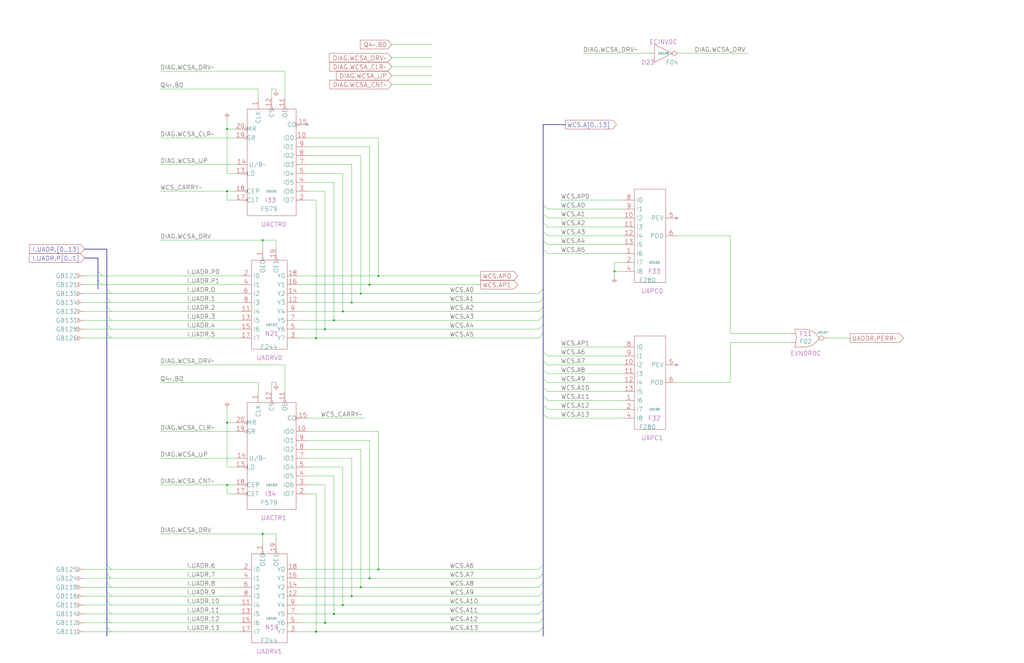
<source format=kicad_sch>
(kicad_sch (version 20250114) (generator "eeschema") (generator_version "9.0")
  (paper "User" 584.2 378.46)
  (title_block (title "CONTROL STORE\\nADDRESSING") (date "22-SEP-90") (rev "2.0") (comment 1 "IOC") (comment 2 "232-003061") (comment 3 "S400") (comment 4 "RELEASED"))
  (lib_symbols
    (symbol "r1000:F02" (pin_numbers (hide yes)) (pin_names (hide yes))
      (property "Reference" "U" (at 12.16 0.635 0))
      (property "Value" "F02" (at -1.27 -4.445 0))
      (property "Location" "___" (at 2.54 0 0))
      (property "Name" "______" (at 2.54 -12.7 0))
      (symbol "F02_0_1"
        (arc (start -3.81 2.54) (mid -2.9847 -2.54) (end -3.81 -7.62) (stroke (width 0.1524)))
        (polyline (pts (xy -5.08 0) (xy -3.175 0)) (stroke (width 0.1524)))
        (polyline (pts (xy -5.08 -5.08) (xy -3.175 -5.08)) (stroke (width 0.1524)))
        (polyline (pts (xy -3.81 2.54) (xy 2.54 2.54)) (stroke (width 0.1524)))
        (polyline (pts (xy -3.81 -7.62) (xy 2.54 -7.62)) (stroke (width 0.1524)))
        (arc (start 2.54 2.54) (mid 6.9477 0.8966) (end 10.16 -2.54) (stroke (width 0.1524)))
        (arc (start 10.16 -2.54) (mid 6.9515 -5.9823) (end 2.54 -7.62) (stroke (width 0.1524)))
        (circle (center 11.43 -2.54) (radius 1.27) (stroke (width 0.1524)))
        (polyline (pts (xy 13.97 -2.54) (xy 12.7 -2.54)) (stroke (width 0.1524)))
      )
      (symbol "F02_0_2"
        (circle (center -3.81 0) (radius 1.27) (stroke (width 0.1524)))
        (circle (center -3.81 -5.08) (radius 1.27) (stroke (width 0.1524)))
        (polyline (pts (xy -2.54 2.54) (xy -2.54 -7.62)) (stroke (width 0.1524)))
        (polyline (pts (xy -2.54 2.54) (xy 5.08 2.54)) (stroke (width 0.1524)))
        (polyline (pts (xy -2.54 -7.62) (xy 5.08 -7.62)) (stroke (width 0.1524)))
        (arc (start 5.08 2.54) (mid 10.1281 -2.54) (end 5.08 -7.62) (stroke (width 0.1524)))
        (polyline (pts (xy 11.43 -2.54) (xy 10.16 -2.54)) (stroke (width 0.1524)))
        (polyline (pts (xy 11.43 -2.54) (xy 12.7 -2.54)) (stroke (width 0.1524)))
      )
      (symbol "F02_1_1"
        (pin input line (at -7.62 0 0) (length 2.54) (name "D0") (number "1"))
        (pin input line (at -7.62 -5.08 0) (length 2.54) (name "D1") (number "2"))
        (pin output line (at 15.24 -2.54 180) (length 1.27) (name "Q") (number "3"))
      )
      (symbol "F02_1_2"
        (pin input line (at -7.62 0 0) (length 2.54) (name "D0") (number "1"))
        (pin input line (at -7.62 -5.08 0) (length 2.54) (name "D1") (number "2"))
        (pin output line (at 15.24 -2.54 180) (length 2.54) (name "Q") (number "3"))
      )
    )
    (symbol "r1000:F04" (pin_numbers (hide yes)) (pin_names (hide yes))
      (property "Reference" "U" (at 0 0 0))
      (property "Value" "F04" (at 1.27 -5.08 0))
      (property "Location" "___" (at -12.7 -5.08 0))
      (property "Name" "______" (at 0 5.08 0))
      (symbol "F04_0_1"
        (polyline (pts (xy -7.62 0) (xy -5.08 0)) (stroke (width 0.1524)))
        (polyline (pts (xy -5.08 5.08) (xy -5.08 -5.08)) (stroke (width 0.1524)))
        (polyline (pts (xy 5.08 0) (xy -5.08 5.08)) (stroke (width 0.1524)))
        (polyline (pts (xy 5.08 0) (xy -5.08 -5.08)) (stroke (width 0.1524)))
        (circle (center 6.35 0) (radius 1.27) (stroke (width 0.1524)))
      )
      (symbol "F04_1_1"
        (pin input line (at -10.16 0 0) (length 2.54) (name "D0") (number "1"))
        (pin output line (at 10.16 0 180) (length 2.54) (name "Q") (number "2"))
      )
    )
    (symbol "r1000:F244" (pin_names (offset 1.016))
      (property "Reference" "U" (at 2.54 5.08 0))
      (property "Value" "F244" (at -3.81 -7.62 0))
      (property "Location" "___" (at -1.27 0 0))
      (property "Name" "______" (at 1.27 -15.24 0))
      (symbol "F244_1_1"
        (rectangle (start -8.89 41.91) (end 11.43 -8.89))
        (circle (center -2.54 42.545) (radius 0.635))
        (circle (center 5.08 42.545) (radius 0.635))
        (pin input line (at -15.24 33.02 0) (length 6.35) (name "I0") (number "2"))
        (pin input line (at -15.24 27.94 0) (length 6.35) (name "I1") (number "4"))
        (pin input line (at -15.24 22.86 0) (length 6.35) (name "I2") (number "6"))
        (pin input line (at -15.24 17.78 0) (length 6.35) (name "I3") (number "8"))
        (pin input line (at -15.24 12.7 0) (length 6.35) (name "I4") (number "11"))
        (pin input line (at -15.24 7.62 0) (length 6.35) (name "I5") (number "13"))
        (pin input line (at -15.24 2.54 0) (length 6.35) (name "I6") (number "15"))
        (pin input line (at -15.24 -2.54 0) (length 6.35) (name "I7") (number "17"))
        (pin input line (at -2.54 48.26 270) (length 5.08) (name "OE0") (number "1"))
        (pin input line (at 5.08 48.26 270) (length 5.08) (name "OE1") (number "19"))
        (pin tri_state line (at 17.78 33.02 180) (length 6.35) (name "Y0") (number "18"))
        (pin tri_state line (at 17.78 27.94 180) (length 6.35) (name "Y1") (number "16"))
        (pin tri_state line (at 17.78 22.86 180) (length 6.35) (name "Y2") (number "14"))
        (pin tri_state line (at 17.78 17.78 180) (length 6.35) (name "Y3") (number "12"))
        (pin tri_state line (at 17.78 12.7 180) (length 6.35) (name "Y4") (number "9"))
        (pin tri_state line (at 17.78 7.62 180) (length 6.35) (name "Y5") (number "7"))
        (pin tri_state line (at 17.78 2.54 180) (length 6.35) (name "Y6") (number "5"))
        (pin tri_state line (at 17.78 -2.54 180) (length 6.35) (name "Y7") (number "3"))
      )
    )
    (symbol "r1000:F280" (pin_names (offset 1.016))
      (property "Reference" "U" (at 2.54 5.08 0))
      (property "Value" "F280" (at -6.35 -5.08 0))
      (property "Location" "___" (at -1.27 0 0))
      (property "Name" "______" (at 1.27 -12.7 0))
      (symbol "F280_1_1"
        (rectangle (start -8.89 46.99) (end 8.89 -6.35))
        (pin input line (at -15.24 40.64 0) (length 6.35) (name "I0") (number "8"))
        (pin input line (at -15.24 35.56 0) (length 6.35) (name "I1") (number "9"))
        (pin input line (at -15.24 30.48 0) (length 6.35) (name "I2") (number "10"))
        (pin input line (at -15.24 25.4 0) (length 6.35) (name "I3") (number "11"))
        (pin input line (at -15.24 20.32 0) (length 6.35) (name "I4") (number "12"))
        (pin input line (at -15.24 15.24 0) (length 6.35) (name "I5") (number "13"))
        (pin input line (at -15.24 10.16 0) (length 6.35) (name "I6") (number "1"))
        (pin input line (at -15.24 5.08 0) (length 6.35) (name "I7") (number "2"))
        (pin input line (at -15.24 0 0) (length 6.35) (name "I8") (number "4"))
        (pin output line (at 15.24 30.48 180) (length 6.35) (name "PEV") (number "5"))
        (pin output line (at 15.24 20.32 180) (length 6.35) (name "POD") (number "6"))
      )
    )
    (symbol "r1000:F579" (pin_names (offset 1.016))
      (property "Reference" "U" (at 2.54 5.08 0))
      (property "Value" "F579" (at -3.81 -5.08 0))
      (property "Location" "___" (at -1.27 0 0))
      (property "Name" "______" (at 3.81 -15.24 0))
      (symbol "F579_1_1"
        (circle (center -12.065 40.64) (radius 0.635))
        (circle (center -12.065 35.56) (radius 0.635))
        (circle (center -12.065 15.24) (radius 0.635))
        (circle (center -12.065 5.08) (radius 0.635))
        (circle (center -12.065 0) (radius 0.635))
        (rectangle (start -11.43 52.07) (end 16.51 -8.89))
        (circle (center 2.54 52.705) (radius 0.635))
        (circle (center 10.16 52.705) (radius 0.635))
        (circle (center 17.145 43.18) (radius 0.635))
        (pin input line (at -17.78 40.64 0) (length 5.08) (name "MR") (number "20"))
        (pin input line (at -17.78 35.56 0) (length 5.08) (name "SR") (number "19"))
        (pin input line (at -17.78 20.32 0) (length 6.35) (name "U/B~") (number "14"))
        (pin input line (at -17.78 15.24 0) (length 5.08) (name "LD") (number "13"))
        (pin input line (at -17.78 5.08 0) (length 5.08) (name "CEP") (number "18"))
        (pin input line (at -17.78 0 0) (length 5.08) (name "CET") (number "17"))
        (pin input line (at -5.08 58.42 270) (length 6.35) (name "CLK") (number "1"))
        (pin input line (at 2.54 58.42 270) (length 5.08) (name "CS") (number "12"))
        (pin input line (at 10.16 58.42 270) (length 5.08) (name "OE") (number "11"))
        (pin output line (at 22.86 43.18 180) (length 5.08) (name "CO") (number "15"))
        (pin bidirectional line (at 22.86 35.56 180) (length 6.35) (name "IO0") (number "10"))
        (pin bidirectional line (at 22.86 30.48 180) (length 6.35) (name "IO1") (number "9"))
        (pin bidirectional line (at 22.86 25.4 180) (length 6.35) (name "IO2") (number "8"))
        (pin bidirectional line (at 22.86 20.32 180) (length 6.35) (name "IO3") (number "7"))
        (pin bidirectional line (at 22.86 15.24 180) (length 6.35) (name "IO4") (number "5"))
        (pin bidirectional line (at 22.86 10.16 180) (length 6.35) (name "IO5") (number "4"))
        (pin bidirectional line (at 22.86 5.08 180) (length 6.35) (name "IO6") (number "3"))
        (pin bidirectional line (at 22.86 0 180) (length 6.35) (name "IO7") (number "2"))
      )
    )
    (symbol "r1000:GB" (pin_numbers (hide yes)) (pin_names (offset 0) (hide yes))
      (property "Reference" "GB" (at 3.81 0 0))
      (symbol "GB_0_1"
        (polyline (pts (xy 2.54 0) (xy 3.81 1.27) (xy 3.81 -1.27) (xy 2.54 0)) (stroke (width 0.1524)))
      )
      (symbol "GB_1_1"
        (pin bidirectional line (at 0 0 0) (length 2.54) (name "") (number "1"))
      )
    )
    (symbol "r1000:PD" (power) (pin_numbers (hide yes)) (pin_names (hide yes)) (in_bom no)
      (symbol "PD_0_1"
        (polyline (pts (xy 0 -2.54) (xy 1.27 -2.54) (xy 0 -3.81) (xy -1.27 -2.54) (xy 0 -2.54)) (stroke (width 0.1524)))
      )
      (symbol "PD_1_1"
        (pin power_in line (at 0 0 270) (length 2.54) (name "PD") (number "1"))
      )
    )
    (symbol "r1000:PU" (power) (pin_numbers (hide yes)) (pin_names (hide yes))
      (symbol "PU_0_1"
        (polyline (pts (xy 0 2.54) (xy -1.27 2.54) (xy 0 3.81) (xy 1.27 2.54) (xy 0 2.54)) (stroke (width 0.1524)))
      )
      (symbol "PU_1_1"
        (pin power_in line (at 0 0 90) (length 2.54) (name "PU") (number "1"))
      )
    )
  )
  (junction (at 210.82 162.56))
  (junction (at 180.34 193.04))
  (junction (at 149.86 304.8))
  (junction (at 350.52 154.94))
  (junction (at 149.86 137.16))
  (junction (at 200.66 340.36))
  (junction (at 205.74 335.28))
  (junction (at 190.5 182.88))
  (junction (at 185.42 355.6))
  (junction (at 215.9 325.12))
  (junction (at 195.58 345.44))
  (junction (at 205.74 167.64))
  (junction (at 185.42 187.96))
  (junction (at 200.66 172.72))
  (junction (at 190.5 350.52))
  (junction (at 129.54 241.3))
  (junction (at 129.54 276.86))
  (junction (at 195.58 177.8))
  (junction (at 180.34 360.68))
  (junction (at 210.82 330.2))
  (junction (at 215.9 157.48))
  (junction (at 129.54 73.66))
  (junction (at 129.54 109.22))
  (no_connect (at 175.26 71.12))
  (no_connect (at 386.08 208.28))
  (no_connect (at 386.08 124.46))
  (bus_entry (at 60.96 185.42) (size 2.54 2.54))
  (bus_entry (at 309.88 337.82) (size -2.54 2.54))
  (bus_entry (at 55.88 160.02) (size 2.54 2.54))
  (bus_entry (at 309.88 342.9) (size -2.54 2.54))
  (bus_entry (at 309.88 220.98) (size 2.54 2.54))
  (bus_entry (at 309.88 180.34) (size -2.54 2.54))
  (bus_entry (at 309.88 165.1) (size -2.54 2.54))
  (bus_entry (at 309.88 205.74) (size 2.54 2.54))
  (bus_entry (at 309.88 116.84) (size 2.54 2.54))
  (bus_entry (at 60.96 332.74) (size 2.54 2.54))
  (bus_entry (at 309.88 210.82) (size 2.54 2.54))
  (bus_entry (at 309.88 200.66) (size 2.54 2.54))
  (bus_entry (at 309.88 322.58) (size -2.54 2.54))
  (bus_entry (at 309.88 132.08) (size 2.54 2.54))
  (bus_entry (at 60.96 165.1) (size 2.54 2.54))
  (bus_entry (at 309.88 353.06) (size -2.54 2.54))
  (bus_entry (at 60.96 175.26) (size 2.54 2.54))
  (bus_entry (at 309.88 127) (size 2.54 2.54))
  (bus_entry (at 60.96 358.14) (size 2.54 2.54))
  (bus_entry (at 60.96 353.06) (size 2.54 2.54))
  (bus_entry (at 309.88 142.24) (size 2.54 2.54))
  (bus_entry (at 309.88 137.16) (size 2.54 2.54))
  (bus_entry (at 60.96 322.58) (size 2.54 2.54))
  (bus_entry (at 309.88 185.42) (size -2.54 2.54))
  (bus_entry (at 60.96 190.5) (size 2.54 2.54))
  (bus_entry (at 60.96 327.66) (size 2.54 2.54))
  (bus_entry (at 309.88 327.66) (size -2.54 2.54))
  (bus_entry (at 309.88 231.14) (size 2.54 2.54))
  (bus_entry (at 60.96 337.82) (size 2.54 2.54))
  (bus_entry (at 60.96 342.9) (size 2.54 2.54))
  (bus_entry (at 55.88 154.94) (size 2.54 2.54))
  (bus_entry (at 309.88 332.74) (size -2.54 2.54))
  (bus_entry (at 309.88 215.9) (size 2.54 2.54))
  (bus_entry (at 309.88 190.5) (size -2.54 2.54))
  (bus_entry (at 60.96 180.34) (size 2.54 2.54))
  (bus_entry (at 309.88 236.22) (size 2.54 2.54))
  (bus_entry (at 309.88 121.92) (size 2.54 2.54))
  (bus_entry (at 309.88 347.98) (size -2.54 2.54))
  (bus_entry (at 60.96 170.18) (size 2.54 2.54))
  (bus_entry (at 309.88 358.14) (size -2.54 2.54))
  (bus_entry (at 309.88 175.26) (size -2.54 2.54))
  (bus_entry (at 60.96 347.98) (size 2.54 2.54))
  (bus_entry (at 309.88 170.18) (size -2.54 2.54))
  (bus_entry (at 309.88 226.06) (size 2.54 2.54))
  (wire (pts (xy 185.42 187.96) (xy 307.34 187.96)))
  (wire (pts (xy 175.26 238.76) (xy 208.28 238.76)))
  (wire (pts (xy 312.42 233.68) (xy 355.6 233.68)))
  (wire (pts (xy 170.18 345.44) (xy 195.58 345.44)))
  (wire (pts (xy 386.08 218.44) (xy 416.56 218.44)))
  (wire (pts (xy 157.48 50.8) (xy 154.94 50.8)))
  (bus (pts (xy 60.96 185.42) (xy 60.96 190.5)))
  (wire (pts (xy 175.26 246.38) (xy 215.9 246.38)))
  (wire (pts (xy 416.56 218.44) (xy 416.56 195.58)))
  (wire (pts (xy 200.66 261.62) (xy 200.66 340.36)))
  (wire (pts (xy 91.44 276.86) (xy 129.54 276.86)))
  (wire (pts (xy 48.26 350.52) (xy 63.5 350.52)))
  (wire (pts (xy 48.26 172.72) (xy 63.5 172.72)))
  (bus (pts (xy 309.88 210.82) (xy 309.88 215.9)))
  (wire (pts (xy 129.54 99.06) (xy 129.54 73.66)))
  (wire (pts (xy 157.48 309.88) (xy 157.48 304.8)))
  (bus (pts (xy 309.88 137.16) (xy 309.88 142.24)))
  (bus (pts (xy 55.88 147.32) (xy 55.88 154.94)))
  (wire (pts (xy 205.74 88.9) (xy 205.74 167.64)))
  (bus (pts (xy 309.88 205.74) (xy 309.88 210.82)))
  (wire (pts (xy 134.62 73.66) (xy 129.54 73.66)))
  (wire (pts (xy 154.94 50.8) (xy 154.94 55.88)))
  (wire (pts (xy 312.42 129.54) (xy 355.6 129.54)))
  (wire (pts (xy 134.62 266.7) (xy 129.54 266.7)))
  (bus (pts (xy 60.96 358.14) (xy 60.96 363.22)))
  (wire (pts (xy 190.5 271.78) (xy 190.5 350.52)))
  (wire (pts (xy 134.62 241.3) (xy 129.54 241.3)))
  (wire (pts (xy 312.42 144.78) (xy 355.6 144.78)))
  (wire (pts (xy 147.32 218.44) (xy 91.44 218.44)))
  (bus (pts (xy 309.88 175.26) (xy 309.88 180.34)))
  (wire (pts (xy 175.26 271.78) (xy 190.5 271.78)))
  (wire (pts (xy 48.26 355.6) (xy 63.5 355.6)))
  (bus (pts (xy 60.96 337.82) (xy 60.96 342.9)))
  (wire (pts (xy 210.82 251.46) (xy 210.82 330.2)))
  (bus (pts (xy 60.96 175.26) (xy 60.96 180.34)))
  (bus (pts (xy 309.88 332.74) (xy 309.88 337.82)))
  (bus (pts (xy 309.88 127) (xy 309.88 132.08)))
  (wire (pts (xy 170.18 167.64) (xy 205.74 167.64)))
  (wire (pts (xy 190.5 182.88) (xy 307.34 182.88)))
  (wire (pts (xy 320.04 198.12) (xy 355.6 198.12)))
  (bus (pts (xy 309.88 165.1) (xy 309.88 170.18)))
  (bus (pts (xy 309.88 358.14) (xy 309.88 363.22)))
  (wire (pts (xy 350.52 154.94) (xy 350.52 157.48)))
  (wire (pts (xy 223.52 43.18) (xy 246.38 43.18)))
  (wire (pts (xy 223.52 48.26) (xy 246.38 48.26)))
  (bus (pts (xy 309.88 347.98) (xy 309.88 353.06)))
  (wire (pts (xy 332.74 30.48) (xy 368.3 30.48)))
  (wire (pts (xy 175.26 78.74) (xy 215.9 78.74)))
  (wire (pts (xy 48.26 330.2) (xy 63.5 330.2)))
  (wire (pts (xy 175.26 266.7) (xy 195.58 266.7)))
  (wire (pts (xy 170.18 330.2) (xy 210.82 330.2)))
  (wire (pts (xy 63.5 187.96) (xy 137.16 187.96)))
  (wire (pts (xy 320.04 114.3) (xy 355.6 114.3)))
  (wire (pts (xy 215.9 246.38) (xy 215.9 325.12)))
  (wire (pts (xy 63.5 340.36) (xy 137.16 340.36)))
  (wire (pts (xy 195.58 345.44) (xy 307.34 345.44)))
  (wire (pts (xy 63.5 325.12) (xy 137.16 325.12)))
  (wire (pts (xy 147.32 223.52) (xy 147.32 218.44)))
  (wire (pts (xy 48.26 340.36) (xy 63.5 340.36)))
  (wire (pts (xy 63.5 330.2) (xy 137.16 330.2)))
  (wire (pts (xy 175.26 251.46) (xy 210.82 251.46)))
  (wire (pts (xy 205.74 167.64) (xy 307.34 167.64)))
  (wire (pts (xy 170.18 340.36) (xy 200.66 340.36)))
  (wire (pts (xy 312.42 139.7) (xy 355.6 139.7)))
  (wire (pts (xy 472.44 193.04) (xy 485.14 193.04)))
  (bus (pts (xy 309.88 71.12) (xy 322.58 71.12)))
  (bus (pts (xy 55.88 154.94) (xy 55.88 160.02)))
  (wire (pts (xy 48.26 182.88) (xy 63.5 182.88)))
  (wire (pts (xy 63.5 172.72) (xy 137.16 172.72)))
  (wire (pts (xy 312.42 203.2) (xy 355.6 203.2)))
  (wire (pts (xy 63.5 193.04) (xy 137.16 193.04)))
  (wire (pts (xy 180.34 360.68) (xy 307.34 360.68)))
  (wire (pts (xy 312.42 223.52) (xy 355.6 223.52)))
  (wire (pts (xy 91.44 78.74) (xy 134.62 78.74)))
  (wire (pts (xy 63.5 335.28) (xy 137.16 335.28)))
  (bus (pts (xy 60.96 190.5) (xy 60.96 322.58)))
  (bus (pts (xy 309.88 215.9) (xy 309.88 220.98)))
  (wire (pts (xy 154.94 223.52) (xy 154.94 218.44)))
  (wire (pts (xy 175.26 114.3) (xy 180.34 114.3)))
  (bus (pts (xy 309.88 327.66) (xy 309.88 332.74)))
  (bus (pts (xy 60.96 332.74) (xy 60.96 337.82)))
  (wire (pts (xy 170.18 157.48) (xy 215.9 157.48)))
  (wire (pts (xy 157.48 137.16) (xy 149.86 137.16)))
  (wire (pts (xy 48.26 335.28) (xy 63.5 335.28)))
  (wire (pts (xy 63.5 350.52) (xy 137.16 350.52)))
  (wire (pts (xy 175.26 276.86) (xy 185.42 276.86)))
  (bus (pts (xy 60.96 142.24) (xy 60.96 165.1)))
  (wire (pts (xy 223.52 33.02) (xy 246.38 33.02)))
  (wire (pts (xy 185.42 276.86) (xy 185.42 355.6)))
  (wire (pts (xy 91.44 208.28) (xy 162.56 208.28)))
  (wire (pts (xy 63.5 167.64) (xy 137.16 167.64)))
  (wire (pts (xy 48.26 177.8) (xy 63.5 177.8)))
  (bus (pts (xy 309.88 71.12) (xy 309.88 116.84)))
  (wire (pts (xy 388.62 30.48) (xy 426.72 30.48)))
  (wire (pts (xy 312.42 218.44) (xy 355.6 218.44)))
  (wire (pts (xy 175.26 281.94) (xy 180.34 281.94)))
  (wire (pts (xy 175.26 99.06) (xy 195.58 99.06)))
  (wire (pts (xy 312.42 134.62) (xy 355.6 134.62)))
  (wire (pts (xy 312.42 124.46) (xy 355.6 124.46)))
  (wire (pts (xy 180.34 281.94) (xy 180.34 360.68)))
  (wire (pts (xy 170.18 350.52) (xy 190.5 350.52)))
  (wire (pts (xy 149.86 304.8) (xy 91.44 304.8)))
  (wire (pts (xy 175.26 83.82) (xy 210.82 83.82)))
  (wire (pts (xy 205.74 335.28) (xy 307.34 335.28)))
  (wire (pts (xy 134.62 281.94) (xy 129.54 281.94)))
  (wire (pts (xy 170.18 360.68) (xy 180.34 360.68)))
  (wire (pts (xy 170.18 172.72) (xy 200.66 172.72)))
  (bus (pts (xy 60.96 342.9) (xy 60.96 347.98)))
  (wire (pts (xy 210.82 162.56) (xy 274.32 162.56)))
  (wire (pts (xy 134.62 99.06) (xy 129.54 99.06)))
  (wire (pts (xy 147.32 50.8) (xy 91.44 50.8)))
  (bus (pts (xy 60.96 170.18) (xy 60.96 175.26)))
  (wire (pts (xy 48.26 360.68) (xy 63.5 360.68)))
  (wire (pts (xy 149.86 142.24) (xy 149.86 137.16)))
  (wire (pts (xy 157.48 142.24) (xy 157.48 137.16)))
  (wire (pts (xy 170.18 325.12) (xy 215.9 325.12)))
  (wire (pts (xy 190.5 104.14) (xy 190.5 182.88)))
  (wire (pts (xy 185.42 355.6) (xy 307.34 355.6)))
  (wire (pts (xy 215.9 78.74) (xy 215.9 157.48)))
  (bus (pts (xy 309.88 132.08) (xy 309.88 137.16)))
  (wire (pts (xy 129.54 73.66) (xy 129.54 68.58)))
  (bus (pts (xy 309.88 231.14) (xy 309.88 236.22)))
  (bus (pts (xy 48.26 147.32) (xy 55.88 147.32)))
  (wire (pts (xy 48.26 167.64) (xy 63.5 167.64)))
  (wire (pts (xy 175.26 104.14) (xy 190.5 104.14)))
  (wire (pts (xy 312.42 119.38) (xy 355.6 119.38)))
  (wire (pts (xy 215.9 157.48) (xy 274.32 157.48)))
  (wire (pts (xy 210.82 330.2) (xy 307.34 330.2)))
  (bus (pts (xy 60.96 327.66) (xy 60.96 332.74)))
  (wire (pts (xy 416.56 195.58) (xy 449.58 195.58)))
  (bus (pts (xy 309.88 200.66) (xy 309.88 205.74)))
  (bus (pts (xy 60.96 180.34) (xy 60.96 185.42)))
  (wire (pts (xy 58.42 157.48) (xy 137.16 157.48)))
  (wire (pts (xy 149.86 304.8) (xy 157.48 304.8)))
  (wire (pts (xy 215.9 325.12) (xy 307.34 325.12)))
  (wire (pts (xy 63.5 177.8) (xy 137.16 177.8)))
  (wire (pts (xy 175.26 93.98) (xy 200.66 93.98)))
  (bus (pts (xy 309.88 121.92) (xy 309.88 127)))
  (bus (pts (xy 309.88 116.84) (xy 309.88 121.92)))
  (wire (pts (xy 386.08 134.62) (xy 416.56 134.62)))
  (bus (pts (xy 60.96 322.58) (xy 60.96 327.66)))
  (wire (pts (xy 162.56 40.64) (xy 91.44 40.64)))
  (wire (pts (xy 48.26 325.12) (xy 63.5 325.12)))
  (wire (pts (xy 154.94 218.44) (xy 157.48 218.44)))
  (bus (pts (xy 309.88 236.22) (xy 309.88 322.58)))
  (wire (pts (xy 170.18 335.28) (xy 205.74 335.28)))
  (bus (pts (xy 309.88 180.34) (xy 309.88 185.42)))
  (wire (pts (xy 129.54 109.22) (xy 134.62 109.22)))
  (bus (pts (xy 309.88 226.06) (xy 309.88 231.14)))
  (wire (pts (xy 195.58 99.06) (xy 195.58 177.8)))
  (wire (pts (xy 48.26 345.44) (xy 63.5 345.44)))
  (wire (pts (xy 175.26 261.62) (xy 200.66 261.62)))
  (wire (pts (xy 170.18 187.96) (xy 185.42 187.96)))
  (bus (pts (xy 309.88 185.42) (xy 309.88 190.5)))
  (bus (pts (xy 309.88 342.9) (xy 309.88 347.98)))
  (bus (pts (xy 309.88 170.18) (xy 309.88 175.26)))
  (wire (pts (xy 312.42 228.6) (xy 355.6 228.6)))
  (wire (pts (xy 350.52 154.94) (xy 355.6 154.94)))
  (wire (pts (xy 63.5 355.6) (xy 137.16 355.6)))
  (bus (pts (xy 48.26 142.24) (xy 60.96 142.24)))
  (wire (pts (xy 180.34 114.3) (xy 180.34 193.04)))
  (wire (pts (xy 185.42 109.22) (xy 185.42 187.96)))
  (wire (pts (xy 91.44 93.98) (xy 134.62 93.98)))
  (wire (pts (xy 170.18 162.56) (xy 210.82 162.56)))
  (wire (pts (xy 170.18 182.88) (xy 190.5 182.88)))
  (bus (pts (xy 309.88 337.82) (xy 309.88 342.9)))
  (wire (pts (xy 91.44 109.22) (xy 129.54 109.22)))
  (wire (pts (xy 200.66 340.36) (xy 307.34 340.36)))
  (wire (pts (xy 223.52 25.4) (xy 246.38 25.4)))
  (wire (pts (xy 312.42 213.36) (xy 355.6 213.36)))
  (wire (pts (xy 195.58 266.7) (xy 195.58 345.44)))
  (bus (pts (xy 60.96 347.98) (xy 60.96 353.06)))
  (wire (pts (xy 170.18 193.04) (xy 180.34 193.04)))
  (wire (pts (xy 350.52 149.86) (xy 350.52 154.94)))
  (wire (pts (xy 48.26 162.56) (xy 58.42 162.56)))
  (wire (pts (xy 175.26 88.9) (xy 205.74 88.9)))
  (wire (pts (xy 205.74 256.54) (xy 205.74 335.28)))
  (bus (pts (xy 55.88 160.02) (xy 55.88 165.1)))
  (wire (pts (xy 416.56 190.5) (xy 449.58 190.5)))
  (bus (pts (xy 309.88 142.24) (xy 309.88 165.1)))
  (wire (pts (xy 129.54 276.86) (xy 134.62 276.86)))
  (wire (pts (xy 149.86 309.88) (xy 149.86 304.8)))
  (wire (pts (xy 200.66 93.98) (xy 200.66 172.72)))
  (wire (pts (xy 190.5 350.52) (xy 307.34 350.52)))
  (wire (pts (xy 416.56 134.62) (xy 416.56 190.5)))
  (wire (pts (xy 63.5 182.88) (xy 137.16 182.88)))
  (wire (pts (xy 63.5 360.68) (xy 137.16 360.68)))
  (wire (pts (xy 129.54 114.3) (xy 129.54 109.22)))
  (wire (pts (xy 170.18 177.8) (xy 195.58 177.8)))
  (wire (pts (xy 48.26 157.48) (xy 58.42 157.48)))
  (wire (pts (xy 223.52 38.1) (xy 246.38 38.1)))
  (wire (pts (xy 175.26 109.22) (xy 185.42 109.22)))
  (wire (pts (xy 200.66 172.72) (xy 307.34 172.72)))
  (bus (pts (xy 309.88 190.5) (xy 309.88 200.66)))
  (wire (pts (xy 147.32 55.88) (xy 147.32 50.8)))
  (wire (pts (xy 48.26 187.96) (xy 63.5 187.96)))
  (wire (pts (xy 180.34 193.04) (xy 307.34 193.04)))
  (wire (pts (xy 129.54 241.3) (xy 129.54 266.7)))
  (wire (pts (xy 48.26 193.04) (xy 63.5 193.04)))
  (wire (pts (xy 91.44 261.62) (xy 134.62 261.62)))
  (wire (pts (xy 162.56 223.52) (xy 162.56 208.28)))
  (wire (pts (xy 91.44 137.16) (xy 149.86 137.16)))
  (wire (pts (xy 170.18 355.6) (xy 185.42 355.6)))
  (wire (pts (xy 134.62 114.3) (xy 129.54 114.3)))
  (bus (pts (xy 309.88 322.58) (xy 309.88 327.66)))
  (bus (pts (xy 60.96 353.06) (xy 60.96 358.14)))
  (wire (pts (xy 175.26 256.54) (xy 205.74 256.54)))
  (wire (pts (xy 312.42 238.76) (xy 355.6 238.76)))
  (wire (pts (xy 355.6 149.86) (xy 350.52 149.86)))
  (bus (pts (xy 309.88 220.98) (xy 309.88 226.06)))
  (bus (pts (xy 309.88 353.06) (xy 309.88 358.14)))
  (wire (pts (xy 129.54 241.3) (xy 129.54 233.68)))
  (wire (pts (xy 195.58 177.8) (xy 307.34 177.8)))
  (bus (pts (xy 60.96 165.1) (xy 60.96 170.18)))
  (wire (pts (xy 162.56 55.88) (xy 162.56 40.64)))
  (wire (pts (xy 58.42 162.56) (xy 137.16 162.56)))
  (wire (pts (xy 312.42 208.28) (xy 355.6 208.28)))
  (wire (pts (xy 91.44 246.38) (xy 134.62 246.38)))
  (wire (pts (xy 129.54 281.94) (xy 129.54 276.86)))
  (wire (pts (xy 63.5 345.44) (xy 137.16 345.44)))
  (wire (pts (xy 210.82 83.82) (xy 210.82 162.56)))
  (label "WCS.A8" (at 256.54 335.28 0) (effects (font (size 2.54 2.54))))
  (label "WCS.A1" (at 320.04 124.46 0) (effects (font (size 2.54 2.54))))
  (label "I.UADR.6" (at 106.68 325.12 0) (effects (font (size 2.54 2.54))))
  (label "WCS.A10" (at 320.04 223.52 0) (effects (font (size 2.54 2.54))))
  (label "DIAG.WCSA_CLR~" (at 91.44 246.38 0) (effects (font (size 2.54 2.54))))
  (label "WCS.A4" (at 256.54 187.96 0) (effects (font (size 2.54 2.54))))
  (label "WCS.A9" (at 256.54 340.36 0) (effects (font (size 2.54 2.54))))
  (label "WCS.A11" (at 256.54 350.52 0) (effects (font (size 2.54 2.54))))
  (label "I.UADR.9" (at 106.68 340.36 0) (effects (font (size 2.54 2.54))))
  (label "I.UADR.0" (at 106.68 167.64 0) (effects (font (size 2.54 2.54))))
  (label "WCS.A4" (at 320.04 139.7 0) (effects (font (size 2.54 2.54))))
  (label "WCS.A10" (at 256.54 345.44 0) (effects (font (size 2.54 2.54))))
  (label "I.UADR.3" (at 106.68 182.88 0) (effects (font (size 2.54 2.54))))
  (label "Q4~.B0" (at 91.44 50.8 0) (effects (font (size 2.54 2.54))))
  (label "WCS.A12" (at 256.54 355.6 0) (effects (font (size 2.54 2.54))))
  (label "DIAG.WCSA_DRV" (at 396.24 30.48 0) (effects (font (size 2.54 2.54))))
  (label "I.UADR.5" (at 106.68 193.04 0) (effects (font (size 2.54 2.54))))
  (label "WCS_CARRY~" (at 182.88 238.76 0) (effects (font (size 2.54 2.54))))
  (label "WCS_CARRY~" (at 91.44 109.22 0) (effects (font (size 2.54 2.54))))
  (label "WCS.A3" (at 256.54 182.88 0) (effects (font (size 2.54 2.54))))
  (label "Q4~.B0" (at 91.44 218.44 0) (effects (font (size 2.54 2.54))))
  (label "I.UADR.1" (at 106.68 172.72 0) (effects (font (size 2.54 2.54))))
  (label "WCS.AP1" (at 320.04 198.12 0) (effects (font (size 2.54 2.54))))
  (label "WCS.A6" (at 256.54 325.12 0) (effects (font (size 2.54 2.54))))
  (label "WCS.A2" (at 256.54 177.8 0) (effects (font (size 2.54 2.54))))
  (label "I.UADR.8" (at 106.68 335.28 0) (effects (font (size 2.54 2.54))))
  (label "DIAG.WCSA_CNT~" (at 91.44 276.86 0) (effects (font (size 2.54 2.54))))
  (label "DIAG.WCSA_CLR~" (at 91.44 78.74 0) (effects (font (size 2.54 2.54))))
  (label "WCS.A1" (at 256.54 172.72 0) (effects (font (size 2.54 2.54))))
  (label "I.UADR.4" (at 106.68 187.96 0) (effects (font (size 2.54 2.54))))
  (label "I.UADR.P0" (at 106.68 157.48 0) (effects (font (size 2.54 2.54))))
  (label "WCS.A11" (at 320.04 228.6 0) (effects (font (size 2.54 2.54))))
  (label "DIAG.WCSA_DRV" (at 91.44 304.8 0) (effects (font (size 2.54 2.54))))
  (label "DIAG.WCSA_UP" (at 91.44 93.98 0) (effects (font (size 2.54 2.54))))
  (label "WCS.A0" (at 256.54 167.64 0) (effects (font (size 2.54 2.54))))
  (label "WCS.A8" (at 320.04 213.36 0) (effects (font (size 2.54 2.54))))
  (label "WCS.A6" (at 320.04 203.2 0) (effects (font (size 2.54 2.54))))
  (label "WCS.A5" (at 256.54 193.04 0) (effects (font (size 2.54 2.54))))
  (label "DIAG.WCSA_DRV~" (at 91.44 208.28 0) (effects (font (size 2.54 2.54))))
  (label "DIAG.WCSA_DRV~" (at 332.74 30.48 0) (effects (font (size 2.54 2.54))))
  (label "DIAG.WCSA_DRV~" (at 91.44 40.64 0) (effects (font (size 2.54 2.54))))
  (label "I.UADR.P1" (at 106.68 162.56 0) (effects (font (size 2.54 2.54))))
  (label "I.UADR.11" (at 106.68 350.52 0) (effects (font (size 2.54 2.54))))
  (label "WCS.A5" (at 320.04 144.78 0) (effects (font (size 2.54 2.54))))
  (label "DIAG.WCSA_DRV" (at 91.44 137.16 0) (effects (font (size 2.54 2.54))))
  (label "WCS.A13" (at 256.54 360.68 0) (effects (font (size 2.54 2.54))))
  (label "I.UADR.7" (at 106.68 330.2 0) (effects (font (size 2.54 2.54))))
  (label "WCS.A2" (at 320.04 129.54 0) (effects (font (size 2.54 2.54))))
  (label "DIAG.WCSA_UP" (at 91.44 261.62 0) (effects (font (size 2.54 2.54))))
  (label "I.UADR.2" (at 106.68 177.8 0) (effects (font (size 2.54 2.54))))
  (label "WCS.AP0" (at 320.04 114.3 0) (effects (font (size 2.54 2.54))))
  (label "I.UADR.13" (at 106.68 360.68 0) (effects (font (size 2.54 2.54))))
  (label "I.UADR.12" (at 106.68 355.6 0) (effects (font (size 2.54 2.54))))
  (label "WCS.A7" (at 320.04 208.28 0) (effects (font (size 2.54 2.54))))
  (label "I.UADR.10" (at 106.68 345.44 0) (effects (font (size 2.54 2.54))))
  (label "WCS.A3" (at 320.04 134.62 0) (effects (font (size 2.54 2.54))))
  (label "WCS.A7" (at 256.54 330.2 0) (effects (font (size 2.54 2.54))))
  (label "WCS.A12" (at 320.04 233.68 0) (effects (font (size 2.54 2.54))))
  (label "WCS.A13" (at 320.04 238.76 0) (effects (font (size 2.54 2.54))))
  (label "WCS.A9" (at 320.04 218.44 0) (effects (font (size 2.54 2.54))))
  (label "WCS.A0" (at 320.04 119.38 0) (effects (font (size 2.54 2.54))))
  (global_label "DIAG.WCSA_CLR~" (shape input) (at 223.52 38.1 180) (effects (font (size 2.54 2.54))) (property "Intersheetrefs" "${INTERSHEET_REFS}" (at 188.093 37.9413 0) (effects (font (size 1.905 1.905)) (justify right))))
  (global_label "DIAG.WCSA_CNT~" (shape input) (at 223.52 48.26 180) (effects (font (size 2.54 2.54))) (property "Intersheetrefs" "${INTERSHEET_REFS}" (at 188.093 48.1013 0) (effects (font (size 1.905 1.905)) (justify right))))
  (global_label "I.UADR.P[0..1]" (shape input) (at 48.26 147.32 180) (effects (font (size 2.54 2.54))) (property "Intersheetrefs" "${INTERSHEET_REFS}" (at 16.7035 147.1613 0) (effects (font (size 1.905 1.905)) (justify right))))
  (global_label "DIAG.WCSA_DRV~" (shape input) (at 223.52 33.02 180) (effects (font (size 2.54 2.54))) (property "Intersheetrefs" "${INTERSHEET_REFS}" (at 187.9721 32.8613 0) (effects (font (size 1.905 1.905)) (justify right))))
  (global_label "WCS.AP0" (shape output) (at 274.32 157.48 0) (effects (font (size 2.54 2.54))) (property "Intersheetrefs" "${INTERSHEET_REFS}" (at 295.3536 157.3213 0) (effects (font (size 1.905 1.905)) (justify left))))
  (global_label "WCS.AP1" (shape output) (at 274.32 162.56 0) (effects (font (size 2.54 2.54))) (property "Intersheetrefs" "${INTERSHEET_REFS}" (at 295.3536 162.4013 0) (effects (font (size 1.905 1.905)) (justify left))))
  (global_label "DIAG.WCSA_UP" (shape input) (at 223.52 43.18 180) (effects (font (size 2.54 2.54))) (property "Intersheetrefs" "${INTERSHEET_REFS}" (at 191.8426 43.0213 0) (effects (font (size 1.905 1.905)) (justify right))))
  (global_label "UADDR.PERR~" (shape output) (at 485.14 193.04 0) (effects (font (size 2.54 2.54))) (property "Intersheetrefs" "${INTERSHEET_REFS}" (at 515.366 192.8813 0) (effects (font (size 1.905 1.905)) (justify left))))
  (global_label "Q4~.B0" (shape input) (at 223.52 25.4 180) (effects (font (size 2.54 2.54))) (property "Intersheetrefs" "${INTERSHEET_REFS}" (at 205.6311 25.2413 0) (effects (font (size 1.905 1.905)) (justify right))))
  (global_label "WCS.A[0..13]" (shape output) (at 322.58 71.12 0) (effects (font (size 2.54 2.54))) (property "Intersheetrefs" "${INTERSHEET_REFS}" (at 351.7174 70.9613 0) (effects (font (size 1.905 1.905)) (justify left))))
  (global_label "I.UADR.[0..13]" (shape input) (at 48.26 142.24 180) (effects (font (size 2.54 2.54))) (property "Intersheetrefs" "${INTERSHEET_REFS}" (at 16.8245 142.0813 0) (effects (font (size 1.905 1.905)) (justify right))))
  (symbol (lib_id "r1000:GB") (at 48.26 193.04 0) (mirror y) (unit 1)
    (property "Reference" "GB126" (at 44.45 193.04 0) (effects (font (size 2.54 2.54)) (justify left)))
    (property "Value" "GB" (effects (hide yes)))
  )
  (symbol (lib_id "r1000:GB") (at 48.26 340.36 0) (mirror y) (unit 1)
    (property "Reference" "GB116" (at 44.45 340.36 0) (effects (font (size 2.54 2.54)) (justify left)))
    (property "Value" "GB" (effects (hide yes)))
  )
  (symbol (lib_id "r1000:PD") (at 157.48 50.8 0) (unit 1) (in_bom no)
    (property "Reference" "#PWR05103" (effects (hide yes)))
    (property "Value" "PD" (effects (hide yes)))
  )
  (symbol (lib_id "r1000:PU") (at 129.54 233.68 0) (unit 1)
    (property "Reference" "#PWR05102" (effects (hide yes)))
    (property "Value" "PU" (effects (hide yes)))
  )
  (symbol (lib_id "r1000:GB") (at 48.26 162.56 0) (mirror y) (unit 1)
    (property "Reference" "GB121" (at 44.45 162.56 0) (effects (font (size 2.54 2.54)) (justify left)))
    (property "Value" "GB" (effects (hide yes)))
  )
  (symbol (lib_id "r1000:F280") (at 370.84 238.76 0) (unit 1)
    (property "Reference" "U5106" (at 373.38 233.68 0))
    (property "Value" "F280" (at 364.49 243.84 0) (effects (font (size 2.54 2.54)) (justify left)))
    (property "Location" "F32" (at 369.57 238.76 0) (effects (font (size 2.54 2.54)) (justify left)))
    (property "Name" "UAPC1" (at 372.11 251.46 0) (effects (font (size 2.54 2.54)) (justify bottom)))
  )
  (symbol (lib_id "r1000:PD") (at 157.48 218.44 0) (unit 1) (in_bom no)
    (property "Reference" "#PWR05104" (effects (hide yes)))
    (property "Value" "PD" (effects (hide yes)))
  )
  (symbol (lib_id "r1000:GB") (at 48.26 360.68 0) (mirror y) (unit 1)
    (property "Reference" "GB111" (at 44.45 360.68 0) (effects (font (size 2.54 2.54)) (justify left)))
    (property "Value" "GB" (effects (hide yes)))
  )
  (symbol (lib_id "r1000:GB") (at 48.26 167.64 0) (mirror y) (unit 1)
    (property "Reference" "GB135" (at 44.45 167.64 0) (effects (font (size 2.54 2.54)) (justify left)))
    (property "Value" "GB" (effects (hide yes)))
  )
  (symbol (lib_id "r1000:GB") (at 48.26 335.28 0) (mirror y) (unit 1)
    (property "Reference" "GB118" (at 44.45 335.28 0) (effects (font (size 2.54 2.54)) (justify left)))
    (property "Value" "GB" (effects (hide yes)))
  )
  (symbol (lib_id "r1000:GB") (at 48.26 350.52 0) (mirror y) (unit 1)
    (property "Reference" "GB114" (at 44.45 350.52 0) (effects (font (size 2.54 2.54)) (justify left)))
    (property "Value" "GB" (effects (hide yes)))
  )
  (symbol (lib_id "r1000:F02") (at 457.2 190.5 0) (unit 1)
    (property "Reference" "U5107" (at 469.36 189.865 0))
    (property "Value" "F02" (at 455.93 194.945 0) (effects (font (size 2.54 2.54)) (justify left)))
    (property "Location" "F11" (at 459.74 190.5 0) (effects (font (size 2.54 2.54))))
    (property "Name" "EVNOR0C" (at 459.74 203.2 0) (effects (font (size 2.54 2.54)) (justify bottom)))
  )
  (symbol (lib_id "r1000:GB") (at 48.26 172.72 0) (mirror y) (unit 1)
    (property "Reference" "GB134" (at 44.45 172.72 0) (effects (font (size 2.54 2.54)) (justify left)))
    (property "Value" "GB" (effects (hide yes)))
  )
  (symbol (lib_id "r1000:F244") (at 152.4 358.14 0) (unit 1)
    (property "Reference" "U5104" (at 154.94 353.06 0))
    (property "Value" "F244" (at 148.59 365.76 0) (effects (font (size 2.54 2.54)) (justify left)))
    (property "Location" "N19" (at 151.13 358.14 0) (effects (font (size 2.54 2.54)) (justify left)))
    (property "Name" "UADRV1" (at 153.67 373.38 0) (effects (font (size 2.54 2.54)) (justify bottom)))
  )
  (symbol (lib_id "r1000:F280") (at 370.84 154.94 0) (unit 1)
    (property "Reference" "U5105" (at 373.38 149.86 0))
    (property "Value" "F280" (at 364.49 160.02 0) (effects (font (size 2.54 2.54)) (justify left)))
    (property "Location" "F33" (at 369.57 154.94 0) (effects (font (size 2.54 2.54)) (justify left)))
    (property "Name" "UAPC0" (at 372.11 167.64 0) (effects (font (size 2.54 2.54)) (justify bottom)))
  )
  (symbol (lib_id "r1000:GB") (at 48.26 187.96 0) (mirror y) (unit 1)
    (property "Reference" "GB128" (at 44.45 187.96 0) (effects (font (size 2.54 2.54)) (justify left)))
    (property "Value" "GB" (effects (hide yes)))
  )
  (symbol (lib_id "r1000:GB") (at 48.26 345.44 0) (mirror y) (unit 1)
    (property "Reference" "GB115" (at 44.45 345.44 0) (effects (font (size 2.54 2.54)) (justify left)))
    (property "Value" "GB" (effects (hide yes)))
  )
  (symbol (lib_id "r1000:PD") (at 350.52 157.48 0) (unit 1) (in_bom no)
    (property "Reference" "#PWR05105" (effects (hide yes)))
    (property "Value" "PD" (effects (hide yes)))
  )
  (symbol (lib_id "r1000:F244") (at 152.4 190.5 0) (unit 1)
    (property "Reference" "U5102" (at 154.94 185.42 0))
    (property "Value" "F244" (at 148.59 198.12 0) (effects (font (size 2.54 2.54)) (justify left)))
    (property "Location" "N21" (at 151.13 190.5 0) (effects (font (size 2.54 2.54)) (justify left)))
    (property "Name" "UADRV0" (at 153.67 205.74 0) (effects (font (size 2.54 2.54)) (justify bottom)))
  )
  (symbol (lib_id "r1000:GB") (at 48.26 330.2 0) (mirror y) (unit 1)
    (property "Reference" "GB124" (at 44.45 330.2 0) (effects (font (size 2.54 2.54)) (justify left)))
    (property "Value" "GB" (effects (hide yes)))
  )
  (symbol (lib_id "r1000:GB") (at 48.26 157.48 0) (mirror y) (unit 1)
    (property "Reference" "GB122" (at 44.45 157.48 0) (effects (font (size 2.54 2.54)) (justify left)))
    (property "Value" "GB" (effects (hide yes)))
  )
  (symbol (lib_id "r1000:PU") (at 129.54 68.58 0) (unit 1)
    (property "Reference" "#PWR05101" (effects (hide yes)))
    (property "Value" "PU" (effects (hide yes)))
  )
  (symbol (lib_id "r1000:GB") (at 48.26 355.6 0) (mirror y) (unit 1)
    (property "Reference" "GB112" (at 44.45 355.6 0) (effects (font (size 2.54 2.54)) (justify left)))
    (property "Value" "GB" (effects (hide yes)))
  )
  (symbol (lib_id "r1000:GB") (at 48.26 325.12 0) (mirror y) (unit 1)
    (property "Reference" "GB125" (at 44.45 325.12 0) (effects (font (size 2.54 2.54)) (justify left)))
    (property "Value" "GB" (effects (hide yes)))
  )
  (symbol (lib_id "r1000:GB") (at 48.26 177.8 0) (mirror y) (unit 1)
    (property "Reference" "GB132" (at 44.45 177.8 0) (effects (font (size 2.54 2.54)) (justify left)))
    (property "Value" "GB" (effects (hide yes)))
  )
  (symbol (lib_id "r1000:F579") (at 152.4 114.3 0) (unit 1)
    (property "Reference" "U5101" (at 154.94 109.22 0))
    (property "Value" "F579" (at 148.59 119.38 0) (effects (font (size 2.54 2.54)) (justify left)))
    (property "Location" "I33" (at 151.13 114.3 0) (effects (font (size 2.54 2.54)) (justify left)))
    (property "Name" "UACTR0" (at 156.21 129.54 0) (effects (font (size 2.54 2.54)) (justify bottom)))
  )
  (symbol (lib_id "r1000:F04") (at 378.46 30.48 0) (unit 1)
    (property "Reference" "U5108" (at 378.46 30.48 0))
    (property "Value" "F04" (at 379.73 35.56 0) (effects (font (size 2.54 2.54)) (justify left)))
    (property "Location" "D23" (at 365.76 35.56 0) (effects (font (size 2.54 2.54)) (justify left)))
    (property "Name" "ECINV0C" (at 378.46 25.4 0) (effects (font (size 2.54 2.54)) (justify bottom)))
  )
  (symbol (lib_id "r1000:GB") (at 48.26 182.88 0) (mirror y) (unit 1)
    (property "Reference" "GB131" (at 44.45 182.88 0) (effects (font (size 2.54 2.54)) (justify left)))
    (property "Value" "GB" (effects (hide yes)))
  )
  (symbol (lib_id "r1000:F579") (at 152.4 281.94 0) (unit 1)
    (property "Reference" "U5103" (at 154.94 276.86 0))
    (property "Value" "F579" (at 148.59 287.02 0) (effects (font (size 2.54 2.54)) (justify left)))
    (property "Location" "I34" (at 151.13 281.94 0) (effects (font (size 2.54 2.54)) (justify left)))
    (property "Name" "UACTR1" (at 156.21 297.18 0) (effects (font (size 2.54 2.54)) (justify bottom)))
  )
)
</source>
